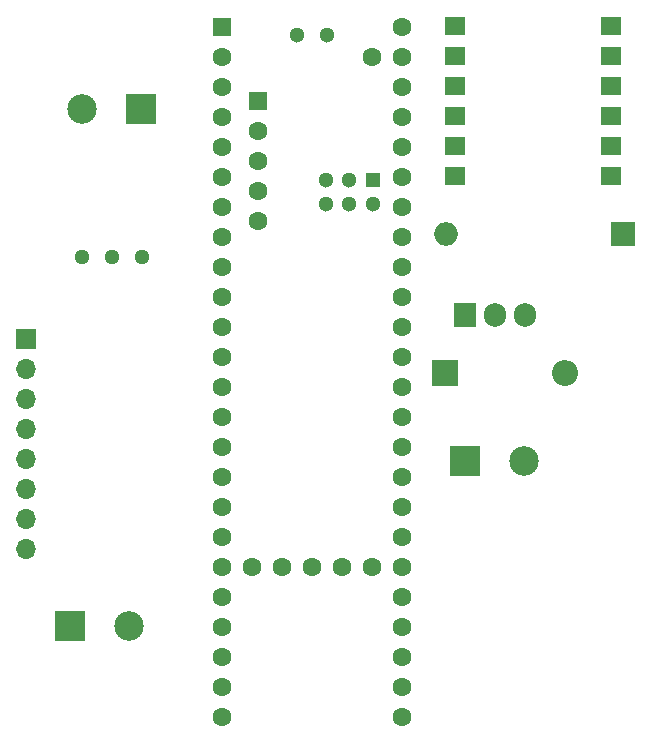
<source format=gbr>
%TF.GenerationSoftware,KiCad,Pcbnew,8.0.0*%
%TF.CreationDate,2024-12-02T23:00:26-05:00*%
%TF.ProjectId,ACS,4143532e-6b69-4636-9164-5f7063625858,rev?*%
%TF.SameCoordinates,Original*%
%TF.FileFunction,Soldermask,Top*%
%TF.FilePolarity,Negative*%
%FSLAX46Y46*%
G04 Gerber Fmt 4.6, Leading zero omitted, Abs format (unit mm)*
G04 Created by KiCad (PCBNEW 8.0.0) date 2024-12-02 23:00:26*
%MOMM*%
%LPD*%
G01*
G04 APERTURE LIST*
%ADD10R,1.800000X1.500000*%
%ADD11R,1.700000X1.700000*%
%ADD12O,1.700000X1.700000*%
%ADD13C,1.600000*%
%ADD14R,1.600000X1.600000*%
%ADD15R,1.300000X1.300000*%
%ADD16C,1.300000*%
%ADD17R,2.500000X2.500000*%
%ADD18C,2.500000*%
%ADD19O,2.000000X2.000000*%
%ADD20R,2.000000X2.000000*%
%ADD21R,1.905000X2.000000*%
%ADD22O,1.905000X2.000000*%
%ADD23C,1.280000*%
%ADD24R,2.200000X2.200000*%
%ADD25O,2.200000X2.200000*%
G04 APERTURE END LIST*
D10*
%TO.C,WT901*%
X148190000Y-36260000D03*
X148190000Y-38800000D03*
X148190000Y-41340000D03*
X148190000Y-43880000D03*
X148190000Y-46420000D03*
X148190000Y-48960000D03*
X161430000Y-36260000D03*
X161430000Y-38800000D03*
X161430000Y-41340000D03*
X161430000Y-43880000D03*
X161430000Y-46420000D03*
X161430000Y-48960000D03*
%TD*%
D11*
%TO.C,BMP388*%
X111850000Y-62720000D03*
D12*
X111850000Y-65260000D03*
X111850000Y-67800000D03*
X111850000Y-70340000D03*
X111850000Y-72880000D03*
X111850000Y-75420000D03*
X111850000Y-77960000D03*
X111850000Y-80500000D03*
%TD*%
D13*
%TO.C,U1*%
X141170000Y-38845000D03*
X131520800Y-52764200D03*
X131520800Y-50224200D03*
X131520800Y-47684200D03*
X131520800Y-45144200D03*
D14*
X131520800Y-42604200D03*
D13*
X143710000Y-36305000D03*
X143710000Y-38845000D03*
X143710000Y-41385000D03*
X143710000Y-43925000D03*
X143710000Y-46465000D03*
X143710000Y-49005000D03*
X143710000Y-51545000D03*
X143710000Y-54085000D03*
X143710000Y-56625000D03*
X143710000Y-59165000D03*
X143710000Y-61705000D03*
X143710000Y-64245000D03*
X143710000Y-66785000D03*
X143710000Y-69325000D03*
D14*
X128470000Y-36305000D03*
D13*
X128470000Y-38845000D03*
X128470000Y-41385000D03*
X128470000Y-43925000D03*
X128470000Y-46465000D03*
X128470000Y-49005000D03*
X128470000Y-51545000D03*
X128470000Y-54085000D03*
X128470000Y-56625000D03*
X128470000Y-59165000D03*
X128470000Y-61705000D03*
X128470000Y-64245000D03*
X128470000Y-66785000D03*
X143710000Y-71865000D03*
X143710000Y-74405000D03*
X143710000Y-76945000D03*
X143710000Y-79485000D03*
X143710000Y-82025000D03*
X143710000Y-84565000D03*
X143710000Y-87105000D03*
X143710000Y-89645000D03*
X143710000Y-92185000D03*
X143710000Y-94725000D03*
X128470000Y-94725000D03*
X128470000Y-92185000D03*
X128470000Y-89645000D03*
X128470000Y-87105000D03*
X128470000Y-69325000D03*
X128470000Y-71865000D03*
X128470000Y-74405000D03*
X128470000Y-84565000D03*
X128470000Y-82025000D03*
X128470000Y-79485000D03*
X128470000Y-76945000D03*
D15*
X141271600Y-49275000D03*
D16*
X141271600Y-51275000D03*
X139271600Y-49275000D03*
X139271600Y-51275000D03*
X137271600Y-51275000D03*
X137271600Y-49275000D03*
D13*
X131010000Y-82025000D03*
X133550000Y-82025000D03*
X136090000Y-82025000D03*
X138630000Y-82025000D03*
X141170000Y-82025000D03*
D16*
X134820000Y-37035000D03*
X137360000Y-37035000D03*
%TD*%
D17*
%TO.C,SW1*%
X121660000Y-43250000D03*
D18*
X116660000Y-43250000D03*
%TD*%
D19*
%TO.C,R1*%
X147460000Y-53827500D03*
D20*
X162460000Y-53827500D03*
%TD*%
D21*
%TO.C,IRLB8721PBF*%
X149080000Y-60725000D03*
D22*
X151620000Y-60725000D03*
X154160000Y-60725000D03*
%TD*%
D23*
%TO.C,PS1*%
X116620000Y-55823000D03*
X119160000Y-55823000D03*
X121700000Y-55823000D03*
%TD*%
D17*
%TO.C,Battery*%
X115610000Y-87060000D03*
D18*
X120610000Y-87060000D03*
%TD*%
D24*
%TO.C,Valve diode*%
X147370000Y-65590000D03*
D25*
X157530000Y-65590000D03*
%TD*%
D17*
%TO.C,2W-160-15N1*%
X149090000Y-73090000D03*
D18*
X154090000Y-73090000D03*
%TD*%
M02*

</source>
